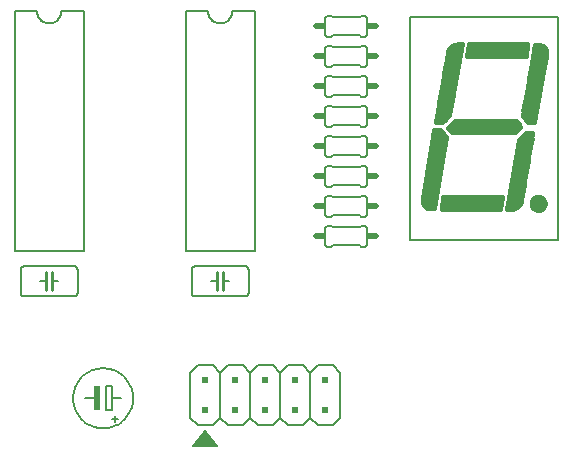
<source format=gto>
G75*
%MOIN*%
%OFA0B0*%
%FSLAX24Y24*%
%IPPOS*%
%LPD*%
%AMOC8*
5,1,8,0,0,1.08239X$1,22.5*
%
%ADD10C,0.0060*%
%ADD11C,0.0160*%
%ADD12C,0.0300*%
%ADD13C,0.0200*%
%ADD14R,0.0100X0.0200*%
%ADD15R,0.0200X0.0200*%
%ADD16C,0.0050*%
%ADD17C,0.0100*%
%ADD18R,0.0200X0.0800*%
D10*
X005500Y002700D02*
X005850Y002700D01*
X005100Y002700D02*
X005102Y002763D01*
X005108Y002825D01*
X005118Y002887D01*
X005131Y002949D01*
X005149Y003009D01*
X005170Y003068D01*
X005195Y003126D01*
X005224Y003182D01*
X005256Y003236D01*
X005291Y003288D01*
X005329Y003337D01*
X005371Y003385D01*
X005415Y003429D01*
X005463Y003471D01*
X005512Y003509D01*
X005564Y003544D01*
X005618Y003576D01*
X005674Y003605D01*
X005732Y003630D01*
X005791Y003651D01*
X005851Y003669D01*
X005913Y003682D01*
X005975Y003692D01*
X006037Y003698D01*
X006100Y003700D01*
X006163Y003698D01*
X006225Y003692D01*
X006287Y003682D01*
X006349Y003669D01*
X006409Y003651D01*
X006468Y003630D01*
X006526Y003605D01*
X006582Y003576D01*
X006636Y003544D01*
X006688Y003509D01*
X006737Y003471D01*
X006785Y003429D01*
X006829Y003385D01*
X006871Y003337D01*
X006909Y003288D01*
X006944Y003236D01*
X006976Y003182D01*
X007005Y003126D01*
X007030Y003068D01*
X007051Y003009D01*
X007069Y002949D01*
X007082Y002887D01*
X007092Y002825D01*
X007098Y002763D01*
X007100Y002700D01*
X007098Y002637D01*
X007092Y002575D01*
X007082Y002513D01*
X007069Y002451D01*
X007051Y002391D01*
X007030Y002332D01*
X007005Y002274D01*
X006976Y002218D01*
X006944Y002164D01*
X006909Y002112D01*
X006871Y002063D01*
X006829Y002015D01*
X006785Y001971D01*
X006737Y001929D01*
X006688Y001891D01*
X006636Y001856D01*
X006582Y001824D01*
X006526Y001795D01*
X006468Y001770D01*
X006409Y001749D01*
X006349Y001731D01*
X006287Y001718D01*
X006225Y001708D01*
X006163Y001702D01*
X006100Y001700D01*
X006037Y001702D01*
X005975Y001708D01*
X005913Y001718D01*
X005851Y001731D01*
X005791Y001749D01*
X005732Y001770D01*
X005674Y001795D01*
X005618Y001824D01*
X005564Y001856D01*
X005512Y001891D01*
X005463Y001929D01*
X005415Y001971D01*
X005371Y002015D01*
X005329Y002063D01*
X005291Y002112D01*
X005256Y002164D01*
X005224Y002218D01*
X005195Y002274D01*
X005170Y002332D01*
X005149Y002391D01*
X005131Y002451D01*
X005118Y002513D01*
X005108Y002575D01*
X005102Y002637D01*
X005100Y002700D01*
X006200Y002300D02*
X006400Y002300D01*
X006400Y002700D01*
X006400Y003100D01*
X006200Y003100D01*
X006200Y002300D01*
X006500Y002100D02*
X006500Y001900D01*
X006600Y002000D02*
X006400Y002000D01*
X006400Y002700D02*
X006700Y002700D01*
X009000Y002050D02*
X009000Y003550D01*
X009250Y003800D01*
X009750Y003800D01*
X010000Y003550D01*
X010000Y002050D01*
X010250Y001800D01*
X010750Y001800D01*
X011000Y002050D01*
X011000Y003550D01*
X011250Y003800D01*
X011750Y003800D01*
X012000Y003550D01*
X012000Y002050D01*
X012250Y001800D01*
X012750Y001800D01*
X013000Y002050D01*
X013250Y001800D01*
X013750Y001800D01*
X014000Y002050D01*
X014000Y003550D01*
X013750Y003800D01*
X013250Y003800D01*
X013000Y003550D01*
X013000Y002050D01*
X012000Y002050D02*
X011750Y001800D01*
X011250Y001800D01*
X011000Y002050D01*
X010000Y002050D02*
X009750Y001800D01*
X009250Y001800D01*
X009000Y002050D01*
X010000Y003550D02*
X010250Y003800D01*
X010750Y003800D01*
X011000Y003550D01*
X012000Y003550D02*
X012250Y003800D01*
X012750Y003800D01*
X013000Y003550D01*
X010850Y006100D02*
X009150Y006100D01*
X009133Y006102D01*
X009116Y006106D01*
X009100Y006113D01*
X009086Y006123D01*
X009073Y006136D01*
X009063Y006150D01*
X009056Y006166D01*
X009052Y006183D01*
X009050Y006200D01*
X009050Y007000D01*
X009052Y007017D01*
X009056Y007034D01*
X009063Y007050D01*
X009073Y007064D01*
X009086Y007077D01*
X009100Y007087D01*
X009116Y007094D01*
X009133Y007098D01*
X009150Y007100D01*
X010850Y007100D01*
X010867Y007098D01*
X010884Y007094D01*
X010900Y007087D01*
X010914Y007077D01*
X010927Y007064D01*
X010937Y007050D01*
X010944Y007034D01*
X010948Y007017D01*
X010950Y007000D01*
X010950Y006200D01*
X010948Y006183D01*
X010944Y006166D01*
X010937Y006150D01*
X010927Y006136D01*
X010914Y006123D01*
X010900Y006113D01*
X010884Y006106D01*
X010867Y006102D01*
X010850Y006100D01*
X010300Y006600D02*
X010150Y006600D01*
X010100Y006600D01*
X009900Y006600D02*
X009850Y006600D01*
X009700Y006600D01*
X008850Y007600D02*
X011150Y007600D01*
X011150Y015600D01*
X010400Y015600D01*
X010398Y015561D01*
X010392Y015522D01*
X010383Y015484D01*
X010370Y015447D01*
X010353Y015411D01*
X010333Y015378D01*
X010309Y015346D01*
X010283Y015317D01*
X010254Y015291D01*
X010222Y015267D01*
X010189Y015247D01*
X010153Y015230D01*
X010116Y015217D01*
X010078Y015208D01*
X010039Y015202D01*
X010000Y015200D01*
X009961Y015202D01*
X009922Y015208D01*
X009884Y015217D01*
X009847Y015230D01*
X009811Y015247D01*
X009778Y015267D01*
X009746Y015291D01*
X009717Y015317D01*
X009691Y015346D01*
X009667Y015378D01*
X009647Y015411D01*
X009630Y015447D01*
X009617Y015484D01*
X009608Y015522D01*
X009602Y015561D01*
X009600Y015600D01*
X008850Y015600D01*
X008850Y007600D01*
X005450Y007600D02*
X003150Y007600D01*
X003150Y015600D01*
X003900Y015600D01*
X003902Y015561D01*
X003908Y015522D01*
X003917Y015484D01*
X003930Y015447D01*
X003947Y015411D01*
X003967Y015378D01*
X003991Y015346D01*
X004017Y015317D01*
X004046Y015291D01*
X004078Y015267D01*
X004111Y015247D01*
X004147Y015230D01*
X004184Y015217D01*
X004222Y015208D01*
X004261Y015202D01*
X004300Y015200D01*
X004339Y015202D01*
X004378Y015208D01*
X004416Y015217D01*
X004453Y015230D01*
X004489Y015247D01*
X004522Y015267D01*
X004554Y015291D01*
X004583Y015317D01*
X004609Y015346D01*
X004633Y015378D01*
X004653Y015411D01*
X004670Y015447D01*
X004683Y015484D01*
X004692Y015522D01*
X004698Y015561D01*
X004700Y015600D01*
X005450Y015600D01*
X005450Y007600D01*
X005150Y007100D02*
X003450Y007100D01*
X003433Y007098D01*
X003416Y007094D01*
X003400Y007087D01*
X003386Y007077D01*
X003373Y007064D01*
X003363Y007050D01*
X003356Y007034D01*
X003352Y007017D01*
X003350Y007000D01*
X003350Y006200D01*
X003352Y006183D01*
X003356Y006166D01*
X003363Y006150D01*
X003373Y006136D01*
X003386Y006123D01*
X003400Y006113D01*
X003416Y006106D01*
X003433Y006102D01*
X003450Y006100D01*
X005150Y006100D01*
X005167Y006102D01*
X005184Y006106D01*
X005200Y006113D01*
X005214Y006123D01*
X005227Y006136D01*
X005237Y006150D01*
X005244Y006166D01*
X005248Y006183D01*
X005250Y006200D01*
X005250Y007000D01*
X005248Y007017D01*
X005244Y007034D01*
X005237Y007050D01*
X005227Y007064D01*
X005214Y007077D01*
X005200Y007087D01*
X005184Y007094D01*
X005167Y007098D01*
X005150Y007100D01*
X004600Y006600D02*
X004450Y006600D01*
X004400Y006600D01*
X004200Y006600D02*
X004150Y006600D01*
X004000Y006600D01*
X013500Y007850D02*
X013500Y008350D01*
X013502Y008367D01*
X013506Y008384D01*
X013513Y008400D01*
X013523Y008414D01*
X013536Y008427D01*
X013550Y008437D01*
X013566Y008444D01*
X013583Y008448D01*
X013600Y008450D01*
X013700Y008450D01*
X013750Y008400D01*
X014650Y008400D01*
X014700Y008450D01*
X014800Y008450D01*
X014817Y008448D01*
X014834Y008444D01*
X014850Y008437D01*
X014864Y008427D01*
X014877Y008414D01*
X014887Y008400D01*
X014894Y008384D01*
X014898Y008367D01*
X014900Y008350D01*
X014900Y007850D01*
X014898Y007833D01*
X014894Y007816D01*
X014887Y007800D01*
X014877Y007786D01*
X014864Y007773D01*
X014850Y007763D01*
X014834Y007756D01*
X014817Y007752D01*
X014800Y007750D01*
X014700Y007750D01*
X014650Y007800D01*
X013750Y007800D01*
X013700Y007750D01*
X013600Y007750D01*
X013583Y007752D01*
X013566Y007756D01*
X013550Y007763D01*
X013536Y007773D01*
X013523Y007786D01*
X013513Y007800D01*
X013506Y007816D01*
X013502Y007833D01*
X013500Y007850D01*
X013600Y008750D02*
X013700Y008750D01*
X013750Y008800D01*
X014650Y008800D01*
X014700Y008750D01*
X014800Y008750D01*
X014817Y008752D01*
X014834Y008756D01*
X014850Y008763D01*
X014864Y008773D01*
X014877Y008786D01*
X014887Y008800D01*
X014894Y008816D01*
X014898Y008833D01*
X014900Y008850D01*
X014900Y009350D01*
X014898Y009367D01*
X014894Y009384D01*
X014887Y009400D01*
X014877Y009414D01*
X014864Y009427D01*
X014850Y009437D01*
X014834Y009444D01*
X014817Y009448D01*
X014800Y009450D01*
X014700Y009450D01*
X014650Y009400D01*
X013750Y009400D01*
X013700Y009450D01*
X013600Y009450D01*
X013583Y009448D01*
X013566Y009444D01*
X013550Y009437D01*
X013536Y009427D01*
X013523Y009414D01*
X013513Y009400D01*
X013506Y009384D01*
X013502Y009367D01*
X013500Y009350D01*
X013500Y008850D01*
X013502Y008833D01*
X013506Y008816D01*
X013513Y008800D01*
X013523Y008786D01*
X013536Y008773D01*
X013550Y008763D01*
X013566Y008756D01*
X013583Y008752D01*
X013600Y008750D01*
X013600Y009750D02*
X013700Y009750D01*
X013750Y009800D01*
X014650Y009800D01*
X014700Y009750D01*
X014800Y009750D01*
X014817Y009752D01*
X014834Y009756D01*
X014850Y009763D01*
X014864Y009773D01*
X014877Y009786D01*
X014887Y009800D01*
X014894Y009816D01*
X014898Y009833D01*
X014900Y009850D01*
X014900Y010350D01*
X014898Y010367D01*
X014894Y010384D01*
X014887Y010400D01*
X014877Y010414D01*
X014864Y010427D01*
X014850Y010437D01*
X014834Y010444D01*
X014817Y010448D01*
X014800Y010450D01*
X014700Y010450D01*
X014650Y010400D01*
X013750Y010400D01*
X013700Y010450D01*
X013600Y010450D01*
X013583Y010448D01*
X013566Y010444D01*
X013550Y010437D01*
X013536Y010427D01*
X013523Y010414D01*
X013513Y010400D01*
X013506Y010384D01*
X013502Y010367D01*
X013500Y010350D01*
X013500Y009850D01*
X013502Y009833D01*
X013506Y009816D01*
X013513Y009800D01*
X013523Y009786D01*
X013536Y009773D01*
X013550Y009763D01*
X013566Y009756D01*
X013583Y009752D01*
X013600Y009750D01*
X013600Y010750D02*
X013700Y010750D01*
X013750Y010800D01*
X014650Y010800D01*
X014700Y010750D01*
X014800Y010750D01*
X014817Y010752D01*
X014834Y010756D01*
X014850Y010763D01*
X014864Y010773D01*
X014877Y010786D01*
X014887Y010800D01*
X014894Y010816D01*
X014898Y010833D01*
X014900Y010850D01*
X014900Y011350D01*
X014898Y011367D01*
X014894Y011384D01*
X014887Y011400D01*
X014877Y011414D01*
X014864Y011427D01*
X014850Y011437D01*
X014834Y011444D01*
X014817Y011448D01*
X014800Y011450D01*
X014700Y011450D01*
X014650Y011400D01*
X013750Y011400D01*
X013700Y011450D01*
X013600Y011450D01*
X013583Y011448D01*
X013566Y011444D01*
X013550Y011437D01*
X013536Y011427D01*
X013523Y011414D01*
X013513Y011400D01*
X013506Y011384D01*
X013502Y011367D01*
X013500Y011350D01*
X013500Y010850D01*
X013502Y010833D01*
X013506Y010816D01*
X013513Y010800D01*
X013523Y010786D01*
X013536Y010773D01*
X013550Y010763D01*
X013566Y010756D01*
X013583Y010752D01*
X013600Y010750D01*
X013600Y011750D02*
X013700Y011750D01*
X013750Y011800D01*
X014650Y011800D01*
X014700Y011750D01*
X014800Y011750D01*
X014817Y011752D01*
X014834Y011756D01*
X014850Y011763D01*
X014864Y011773D01*
X014877Y011786D01*
X014887Y011800D01*
X014894Y011816D01*
X014898Y011833D01*
X014900Y011850D01*
X014900Y012350D01*
X014898Y012367D01*
X014894Y012384D01*
X014887Y012400D01*
X014877Y012414D01*
X014864Y012427D01*
X014850Y012437D01*
X014834Y012444D01*
X014817Y012448D01*
X014800Y012450D01*
X014700Y012450D01*
X014650Y012400D01*
X013750Y012400D01*
X013700Y012450D01*
X013600Y012450D01*
X013583Y012448D01*
X013566Y012444D01*
X013550Y012437D01*
X013536Y012427D01*
X013523Y012414D01*
X013513Y012400D01*
X013506Y012384D01*
X013502Y012367D01*
X013500Y012350D01*
X013500Y011850D01*
X013502Y011833D01*
X013506Y011816D01*
X013513Y011800D01*
X013523Y011786D01*
X013536Y011773D01*
X013550Y011763D01*
X013566Y011756D01*
X013583Y011752D01*
X013600Y011750D01*
X013600Y012750D02*
X013700Y012750D01*
X013750Y012800D01*
X014650Y012800D01*
X014700Y012750D01*
X014800Y012750D01*
X014817Y012752D01*
X014834Y012756D01*
X014850Y012763D01*
X014864Y012773D01*
X014877Y012786D01*
X014887Y012800D01*
X014894Y012816D01*
X014898Y012833D01*
X014900Y012850D01*
X014900Y013350D01*
X014898Y013367D01*
X014894Y013384D01*
X014887Y013400D01*
X014877Y013414D01*
X014864Y013427D01*
X014850Y013437D01*
X014834Y013444D01*
X014817Y013448D01*
X014800Y013450D01*
X014700Y013450D01*
X014650Y013400D01*
X013750Y013400D01*
X013700Y013450D01*
X013600Y013450D01*
X013583Y013448D01*
X013566Y013444D01*
X013550Y013437D01*
X013536Y013427D01*
X013523Y013414D01*
X013513Y013400D01*
X013506Y013384D01*
X013502Y013367D01*
X013500Y013350D01*
X013500Y012850D01*
X013502Y012833D01*
X013506Y012816D01*
X013513Y012800D01*
X013523Y012786D01*
X013536Y012773D01*
X013550Y012763D01*
X013566Y012756D01*
X013583Y012752D01*
X013600Y012750D01*
X013600Y013750D02*
X013700Y013750D01*
X013750Y013800D01*
X014650Y013800D01*
X014700Y013750D01*
X014800Y013750D01*
X014817Y013752D01*
X014834Y013756D01*
X014850Y013763D01*
X014864Y013773D01*
X014877Y013786D01*
X014887Y013800D01*
X014894Y013816D01*
X014898Y013833D01*
X014900Y013850D01*
X014900Y014350D01*
X014898Y014367D01*
X014894Y014384D01*
X014887Y014400D01*
X014877Y014414D01*
X014864Y014427D01*
X014850Y014437D01*
X014834Y014444D01*
X014817Y014448D01*
X014800Y014450D01*
X014700Y014450D01*
X014650Y014400D01*
X013750Y014400D01*
X013700Y014450D01*
X013600Y014450D01*
X013583Y014448D01*
X013566Y014444D01*
X013550Y014437D01*
X013536Y014427D01*
X013523Y014414D01*
X013513Y014400D01*
X013506Y014384D01*
X013502Y014367D01*
X013500Y014350D01*
X013500Y013850D01*
X013502Y013833D01*
X013506Y013816D01*
X013513Y013800D01*
X013523Y013786D01*
X013536Y013773D01*
X013550Y013763D01*
X013566Y013756D01*
X013583Y013752D01*
X013600Y013750D01*
X013600Y014750D02*
X013700Y014750D01*
X013750Y014800D01*
X014650Y014800D01*
X014700Y014750D01*
X014800Y014750D01*
X014817Y014752D01*
X014834Y014756D01*
X014850Y014763D01*
X014864Y014773D01*
X014877Y014786D01*
X014887Y014800D01*
X014894Y014816D01*
X014898Y014833D01*
X014900Y014850D01*
X014900Y015350D01*
X014898Y015367D01*
X014894Y015384D01*
X014887Y015400D01*
X014877Y015414D01*
X014864Y015427D01*
X014850Y015437D01*
X014834Y015444D01*
X014817Y015448D01*
X014800Y015450D01*
X014700Y015450D01*
X014650Y015400D01*
X013750Y015400D01*
X013700Y015450D01*
X013600Y015450D01*
X013583Y015448D01*
X013566Y015444D01*
X013550Y015437D01*
X013536Y015427D01*
X013523Y015414D01*
X013513Y015400D01*
X013506Y015384D01*
X013502Y015367D01*
X013500Y015350D01*
X013500Y014850D01*
X013502Y014833D01*
X013506Y014816D01*
X013513Y014800D01*
X013523Y014786D01*
X013536Y014773D01*
X013550Y014763D01*
X013566Y014756D01*
X013583Y014752D01*
X013600Y014750D01*
X016330Y015414D02*
X016330Y007986D01*
X021270Y007986D01*
X021270Y015414D01*
X016330Y015414D01*
D11*
X017645Y014338D02*
X017611Y014277D01*
X017589Y014210D01*
X017186Y011897D01*
X017412Y011897D01*
X017639Y012133D01*
X018052Y014495D01*
X017944Y014495D01*
X017874Y014488D01*
X017807Y014468D01*
X017745Y014436D01*
X017690Y014392D01*
X017645Y014338D01*
X017668Y014365D02*
X018029Y014365D01*
X018001Y014207D02*
X017589Y014207D01*
X017561Y014048D02*
X017974Y014048D01*
X017946Y013890D02*
X017533Y013890D01*
X017506Y013731D02*
X017918Y013731D01*
X017890Y013573D02*
X017478Y013573D01*
X017451Y013414D02*
X017863Y013414D01*
X017835Y013256D02*
X017423Y013256D01*
X017395Y013097D02*
X017807Y013097D01*
X017780Y012939D02*
X017368Y012939D01*
X017340Y012780D02*
X017752Y012780D01*
X017724Y012622D02*
X017312Y012622D01*
X017285Y012463D02*
X017696Y012463D01*
X017669Y012305D02*
X017257Y012305D01*
X017229Y012146D02*
X017641Y012146D01*
X017499Y011988D02*
X017202Y011988D01*
X017599Y011710D02*
X017747Y011562D01*
X019833Y011562D01*
X020011Y011749D01*
X019863Y011956D01*
X017845Y011956D01*
X017599Y011710D01*
X017639Y011671D02*
X019936Y011671D01*
X019954Y011829D02*
X017718Y011829D01*
X017434Y011512D02*
X017126Y011512D01*
X017146Y011631D02*
X017333Y011631D01*
X017518Y011412D01*
X017132Y009031D01*
X017010Y009028D01*
X016957Y009034D01*
X016906Y009052D01*
X016859Y009079D01*
X016819Y009115D01*
X016788Y009158D01*
X016765Y009207D01*
X016753Y009259D01*
X016752Y009313D01*
X016761Y009366D01*
X017146Y011631D01*
X017099Y011354D02*
X017508Y011354D01*
X017483Y011195D02*
X017072Y011195D01*
X017045Y011037D02*
X017457Y011037D01*
X017431Y010878D02*
X017018Y010878D01*
X016991Y010720D02*
X017406Y010720D01*
X017380Y010561D02*
X016965Y010561D01*
X016938Y010403D02*
X017354Y010403D01*
X017328Y010244D02*
X016911Y010244D01*
X016884Y010086D02*
X017303Y010086D01*
X017277Y009927D02*
X016857Y009927D01*
X016830Y009769D02*
X017251Y009769D01*
X017226Y009610D02*
X016803Y009610D01*
X016776Y009452D02*
X017200Y009452D01*
X017174Y009293D02*
X016752Y009293D01*
X016805Y009135D02*
X017148Y009135D01*
X017383Y009013D02*
X017432Y009407D01*
X019391Y009407D01*
X019322Y009013D01*
X017383Y009013D01*
X017398Y009135D02*
X019343Y009135D01*
X019371Y009293D02*
X017418Y009293D01*
X019578Y009013D02*
X019686Y009013D01*
X019756Y009020D01*
X019823Y009040D01*
X019885Y009073D01*
X019940Y009117D01*
X019985Y009170D01*
X020019Y009232D01*
X020040Y009298D01*
X020414Y011533D01*
X020188Y011533D01*
X019971Y011316D01*
X019578Y009013D01*
X019630Y008997D02*
X019760Y009127D01*
X019598Y009135D02*
X019955Y009135D01*
X020038Y009293D02*
X019625Y009293D01*
X019653Y009452D02*
X020066Y009452D01*
X020092Y009610D02*
X019680Y009610D01*
X019707Y009769D02*
X020119Y009769D01*
X020145Y009927D02*
X019734Y009927D01*
X019761Y010086D02*
X020172Y010086D01*
X020198Y010244D02*
X019788Y010244D01*
X019815Y010403D02*
X020225Y010403D01*
X020252Y010561D02*
X019842Y010561D01*
X019869Y010720D02*
X020278Y010720D01*
X020305Y010878D02*
X019896Y010878D01*
X019923Y011037D02*
X020331Y011037D01*
X020358Y011195D02*
X019951Y011195D01*
X020009Y011354D02*
X020384Y011354D01*
X020411Y011512D02*
X020167Y011512D01*
X020267Y011897D02*
X020082Y012116D01*
X020498Y014477D01*
X020620Y014481D01*
X020673Y014474D01*
X020724Y014457D01*
X020770Y014429D01*
X020810Y014393D01*
X020842Y014350D01*
X020864Y014301D01*
X020876Y014249D01*
X020878Y014195D01*
X020868Y014142D01*
X020454Y011897D01*
X020267Y011897D01*
X020190Y011988D02*
X020470Y011988D01*
X020500Y012146D02*
X020087Y012146D01*
X020115Y012305D02*
X020529Y012305D01*
X020558Y012463D02*
X020143Y012463D01*
X020171Y012622D02*
X020587Y012622D01*
X020617Y012780D02*
X020199Y012780D01*
X020227Y012939D02*
X020646Y012939D01*
X020675Y013097D02*
X020255Y013097D01*
X020283Y013256D02*
X020704Y013256D01*
X020734Y013414D02*
X020311Y013414D01*
X020339Y013573D02*
X020763Y013573D01*
X020792Y013731D02*
X020367Y013731D01*
X020394Y013890D02*
X020822Y013890D01*
X020851Y014048D02*
X020422Y014048D01*
X020450Y014207D02*
X020877Y014207D01*
X020831Y014365D02*
X020478Y014365D01*
X020231Y014365D02*
X018285Y014365D01*
X018308Y014495D02*
X020247Y014495D01*
X020198Y014102D01*
X018239Y014102D01*
X018308Y014495D01*
X018257Y014207D02*
X020211Y014207D01*
D12*
X020450Y009200D02*
X020452Y009224D01*
X020458Y009248D01*
X020467Y009270D01*
X020480Y009290D01*
X020496Y009308D01*
X020515Y009323D01*
X020536Y009336D01*
X020558Y009344D01*
X020582Y009349D01*
X020606Y009350D01*
X020630Y009347D01*
X020653Y009340D01*
X020675Y009330D01*
X020695Y009316D01*
X020712Y009299D01*
X020727Y009280D01*
X020738Y009259D01*
X020746Y009236D01*
X020750Y009212D01*
X020750Y009188D01*
X020746Y009164D01*
X020738Y009141D01*
X020727Y009120D01*
X020712Y009101D01*
X020695Y009084D01*
X020675Y009070D01*
X020653Y009060D01*
X020630Y009053D01*
X020606Y009050D01*
X020582Y009051D01*
X020558Y009056D01*
X020536Y009064D01*
X020515Y009077D01*
X020496Y009092D01*
X020480Y009110D01*
X020467Y009130D01*
X020458Y009152D01*
X020452Y009176D01*
X020450Y009200D01*
D13*
X015200Y009100D02*
X015000Y009100D01*
X015000Y008100D02*
X015200Y008100D01*
X013400Y008100D02*
X013200Y008100D01*
X013200Y009100D02*
X013400Y009100D01*
X013400Y010100D02*
X013200Y010100D01*
X013200Y011100D02*
X013400Y011100D01*
X013400Y012100D02*
X013200Y012100D01*
X013200Y013100D02*
X013400Y013100D01*
X013400Y014100D02*
X013200Y014100D01*
X013200Y015100D02*
X013400Y015100D01*
X015000Y015100D02*
X015200Y015100D01*
X015200Y014100D02*
X015000Y014100D01*
X015000Y013100D02*
X015200Y013100D01*
X015200Y012100D02*
X015000Y012100D01*
X015000Y011100D02*
X015200Y011100D01*
X015200Y010100D02*
X015000Y010100D01*
D14*
X014950Y010100D03*
X014950Y011100D03*
X014950Y012100D03*
X014950Y013100D03*
X014950Y014100D03*
X014950Y015100D03*
X013450Y015100D03*
X013450Y014100D03*
X013450Y013100D03*
X013450Y012100D03*
X013450Y011100D03*
X013450Y010100D03*
X013450Y009100D03*
X013450Y008100D03*
X014950Y008100D03*
X014950Y009100D03*
D15*
X013500Y003300D03*
X012500Y003300D03*
X012500Y002300D03*
X013500Y002300D03*
X011500Y002300D03*
X010500Y002300D03*
X009500Y002300D03*
X009500Y003300D03*
X010500Y003300D03*
X011500Y003300D03*
D16*
X009500Y001600D02*
X009900Y001100D01*
X009100Y001100D01*
X009500Y001600D01*
X009464Y001555D02*
X009536Y001555D01*
X009575Y001507D02*
X009425Y001507D01*
X009386Y001458D02*
X009614Y001458D01*
X009652Y001410D02*
X009348Y001410D01*
X009309Y001361D02*
X009691Y001361D01*
X009730Y001313D02*
X009270Y001313D01*
X009231Y001264D02*
X009769Y001264D01*
X009808Y001216D02*
X009192Y001216D01*
X009154Y001167D02*
X009846Y001167D01*
X009885Y001119D02*
X009115Y001119D01*
D17*
X009900Y006300D02*
X009900Y006600D01*
X009900Y006900D01*
X010100Y006900D02*
X010100Y006600D01*
X010100Y006300D01*
X004400Y006300D02*
X004400Y006600D01*
X004400Y006900D01*
X004200Y006900D02*
X004200Y006600D01*
X004200Y006300D01*
D18*
X005900Y002700D03*
M02*

</source>
